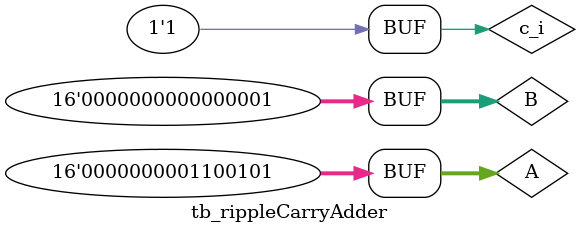
<source format=v>
module tb_rippleCarryAdder;

localparam WIDTH = 16;

reg  [WIDTH-1:0]  A,B;
wire [WIDTH-1:0] S;
reg  c_i;
wire c_o;


rippleCarryAdder #(
    .width(WIDTH)
) rca_16 (
    .A(A),
    .B(B),
    .c_i(c_i), 

    .S(S),
    .c_o(c_o)
);


initial begin
    A = 1;
    B = 1;
    c_i =1;
    
    repeat(10)begin
        #10 A = A + 10;
    end
end

endmodule

//vlog .\tb_rippleCarryAdder.v .\rippleCarryAdder.v
// vsim .\tb_rippleCarryAdder.v -voptargs=+acc
</source>
